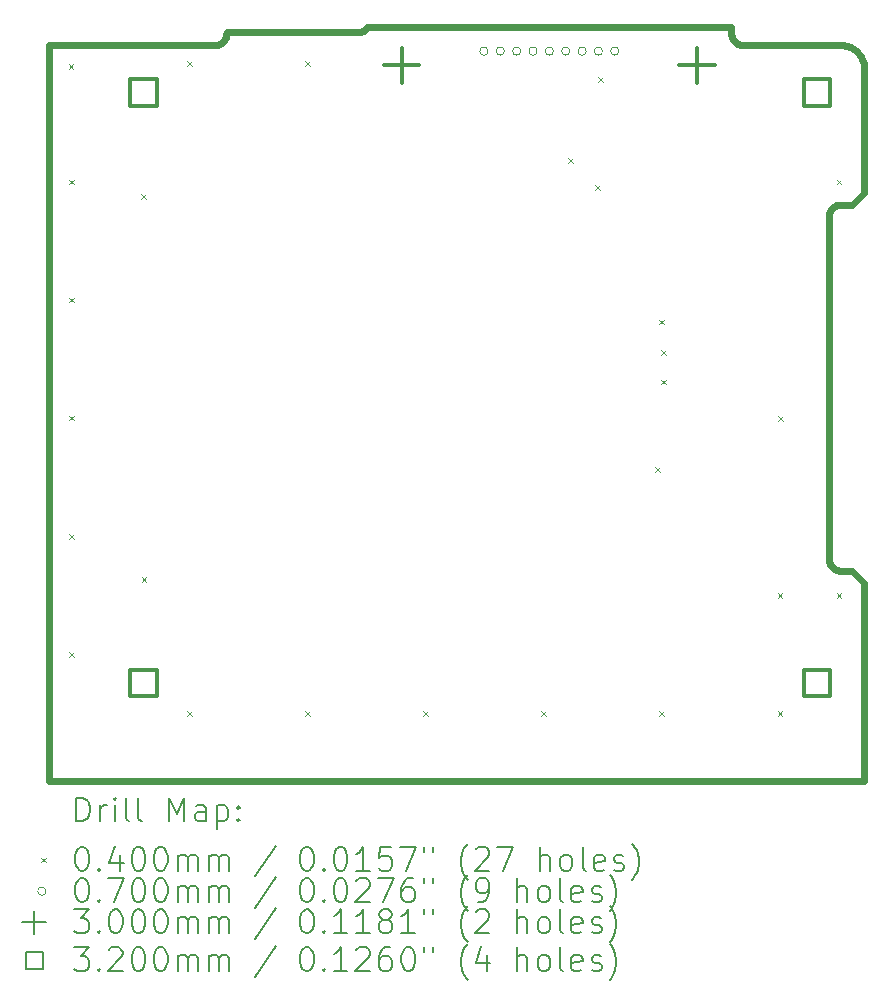
<source format=gbr>
%TF.GenerationSoftware,KiCad,Pcbnew,(6.0.11)*%
%TF.CreationDate,2024-01-03T02:28:44+00:00*%
%TF.ProjectId,Tait_TM8XXX_TNC_Adapter,54616974-5f54-44d3-9858-58585f544e43,rev?*%
%TF.SameCoordinates,Original*%
%TF.FileFunction,Drillmap*%
%TF.FilePolarity,Positive*%
%FSLAX45Y45*%
G04 Gerber Fmt 4.5, Leading zero omitted, Abs format (unit mm)*
G04 Created by KiCad (PCBNEW (6.0.11)) date 2024-01-03 02:28:44*
%MOMM*%
%LPD*%
G01*
G04 APERTURE LIST*
%ADD10C,0.569539*%
%ADD11C,0.200000*%
%ADD12C,0.040000*%
%ADD13C,0.070000*%
%ADD14C,0.300000*%
%ADD15C,0.320000*%
G04 APERTURE END LIST*
D10*
X21253311Y-6320902D02*
X21248773Y-6322696D01*
X21210526Y-9378314D02*
X21213673Y-9381945D01*
X21487638Y-5164801D02*
X21487638Y-5164801D01*
X21272441Y-6315975D02*
X21267525Y-6316856D01*
X16061584Y-4931975D02*
X16064732Y-4928343D01*
X21487377Y-5154537D02*
X21487638Y-5164801D01*
X20456516Y-4964681D02*
X20461649Y-4964812D01*
X20427322Y-4958724D02*
X20431964Y-4960301D01*
X16007727Y-4962769D02*
X16012557Y-4961648D01*
X21387638Y-6314820D02*
X21287638Y-6314820D01*
X21195527Y-9353630D02*
X21197533Y-9358057D01*
X20461649Y-4964812D02*
X21287638Y-4964812D01*
X20362173Y-4875011D02*
X20362811Y-4880003D01*
X21447813Y-5045278D02*
X21453399Y-5053122D01*
X21188800Y-6399617D02*
X21188162Y-6404612D01*
X16073106Y-4916583D02*
X16075520Y-4912395D01*
X16075520Y-4912395D02*
X16077734Y-4908085D01*
X21188806Y-9329960D02*
X21189687Y-9334877D01*
X21435572Y-5030457D02*
X21441867Y-5037719D01*
X17280650Y-4814693D02*
X17280650Y-4814693D01*
X20366163Y-4894485D02*
X20367738Y-4899126D01*
X20446452Y-4963656D02*
X20451448Y-4964294D01*
X20361656Y-4814794D02*
X20361656Y-4814794D01*
X21192157Y-9344449D02*
X21193732Y-9349092D01*
X17240238Y-4846500D02*
X17245488Y-4844055D01*
X20361656Y-4814794D02*
X20361656Y-4864817D01*
X21192151Y-6385128D02*
X21190801Y-6389868D01*
X21267533Y-9412720D02*
X21272450Y-9413602D01*
X21189687Y-9334877D02*
X21190806Y-9339709D01*
X21346996Y-4973830D02*
X21356280Y-4976982D01*
X16012557Y-4961648D02*
X16017296Y-4960296D01*
X21399323Y-4999049D02*
X21407167Y-5004634D01*
X21213673Y-9381945D02*
X21216987Y-9385421D01*
X21227873Y-9394854D02*
X21231795Y-9397645D01*
X21235848Y-6329326D02*
X21231790Y-6331931D01*
X17255517Y-4838300D02*
X17260264Y-4835005D01*
X21287638Y-4964812D02*
X21297903Y-4965073D01*
X20361656Y-4864817D02*
X20361656Y-4864817D01*
X21414727Y-5010581D02*
X21421989Y-5016875D01*
X16017296Y-4960296D02*
X16021937Y-4958719D01*
X16077734Y-4908085D02*
X16079742Y-4903658D01*
X21467863Y-5078234D02*
X21471877Y-5087088D01*
X16087626Y-4854822D02*
X17200645Y-4854772D01*
X20381560Y-4924568D02*
X20384533Y-4928348D01*
X21287650Y-9414757D02*
X21387644Y-9414757D01*
X16067706Y-4924563D02*
X16070500Y-4920641D01*
X21187650Y-9314762D02*
X21187781Y-9319896D01*
X21485326Y-5134417D02*
X21486602Y-5144405D01*
X21235853Y-9400250D02*
X21240040Y-9402662D01*
X21382831Y-4989012D02*
X21391206Y-4993838D01*
X21207554Y-9374535D02*
X21210526Y-9378314D01*
X21318024Y-4967124D02*
X21327855Y-4968888D01*
X21231795Y-9397645D02*
X21235853Y-9400250D01*
X17223746Y-4852006D02*
X17229351Y-4850484D01*
X16086469Y-4879999D02*
X16087108Y-4875006D01*
X21407167Y-5004634D02*
X21414727Y-5010581D01*
X21453399Y-5053122D02*
X21458611Y-5061238D01*
X21287638Y-4964812D02*
X21287638Y-4964812D01*
X21471877Y-5087088D02*
X21475467Y-5096163D01*
X21481322Y-5114925D02*
X21483562Y-5124586D01*
X21202157Y-9366555D02*
X21204762Y-9370613D01*
X21216982Y-6344156D02*
X21213668Y-6347632D01*
X21193732Y-9349092D02*
X21195527Y-9353630D01*
X21421989Y-5016875D02*
X21428942Y-5023504D01*
X21244351Y-9404874D02*
X21248779Y-9406881D01*
X20362811Y-4880003D02*
X20363693Y-4884917D01*
X21248779Y-9406881D02*
X21253317Y-9408675D01*
X21202152Y-6363021D02*
X21199740Y-6367209D01*
X16087626Y-4854822D02*
X16087626Y-4854822D01*
X21187650Y-9314762D02*
X21187650Y-9314762D01*
X17212299Y-4854069D02*
X17218057Y-4853204D01*
X17234854Y-4848646D02*
X17240238Y-4846500D01*
X21189681Y-6394700D02*
X21188800Y-6399617D01*
X21204762Y-9370613D02*
X21207554Y-9374535D01*
X17269137Y-4827624D02*
X17273231Y-4823553D01*
X21272450Y-9413602D02*
X21277447Y-9414239D01*
X17260264Y-4835005D02*
X17264809Y-4831444D01*
X21374210Y-4984586D02*
X21382831Y-4989012D01*
X20369532Y-4903663D02*
X20371539Y-4908090D01*
X21187644Y-6414815D02*
X21187644Y-6414815D01*
X21387644Y-9414757D02*
X21387644Y-9414757D01*
X21277447Y-9414239D02*
X21282515Y-9414627D01*
X20398100Y-4941919D02*
X20401879Y-4944893D01*
X16083115Y-4894480D02*
X16084466Y-4889742D01*
X20394469Y-4938772D02*
X20398100Y-4941919D01*
X15997820Y-4964289D02*
X16002813Y-4963651D01*
X21190801Y-6389868D02*
X21189681Y-6394700D01*
X20409859Y-4950293D02*
X20414046Y-4952707D01*
X21441867Y-5037719D02*
X21447813Y-5045278D01*
X17277074Y-4819240D02*
X17280650Y-4814693D01*
X20376163Y-4916587D02*
X20378768Y-4920645D01*
X15992756Y-4964677D02*
X15997820Y-4964289D01*
X21204757Y-6358964D02*
X21202152Y-6363021D01*
X16087626Y-4864812D02*
X16087626Y-4854822D01*
X21190806Y-9339709D02*
X21192157Y-9344449D01*
X21199745Y-9362368D02*
X21202157Y-9366555D01*
X21458611Y-5061238D02*
X21463436Y-5069613D01*
X21287638Y-6314820D02*
X21282504Y-6314950D01*
X20364812Y-4889747D02*
X20366163Y-4894485D01*
X16039399Y-4950289D02*
X16043457Y-4947682D01*
X21282515Y-9414627D02*
X21287650Y-9414757D01*
X20405801Y-4947687D02*
X20409859Y-4950293D01*
X16079742Y-4903658D02*
X16081538Y-4899121D01*
X17245488Y-4844055D02*
X17250587Y-4841319D01*
X21487638Y-5164801D02*
X21487638Y-6214774D01*
X16030901Y-4954916D02*
X16035212Y-4952702D01*
X20451448Y-4964294D02*
X20456516Y-4964681D01*
X21240035Y-6326915D02*
X21235848Y-6329326D01*
X17273231Y-4823553D02*
X17277074Y-4819240D01*
X21253317Y-9408675D02*
X21257960Y-9410250D01*
X21257960Y-9410250D02*
X21262701Y-9411601D01*
X17229351Y-4850484D02*
X17234854Y-4848646D01*
X16087108Y-4875006D02*
X16087495Y-4869942D01*
X16087495Y-4869942D02*
X16087626Y-4864812D01*
X21187781Y-9319896D02*
X21188168Y-9324964D01*
X21213668Y-6347632D02*
X21210522Y-6351262D01*
X21224089Y-6337696D02*
X21220458Y-6340842D01*
X21188168Y-9324964D02*
X21188806Y-9329960D01*
X21220463Y-9388735D02*
X21224093Y-9391881D01*
X21267525Y-6316856D02*
X21262693Y-6317976D01*
X16058269Y-4935452D02*
X16061584Y-4931975D01*
X16047380Y-4944889D02*
X16051160Y-4941915D01*
X14587601Y-11196096D02*
X21487638Y-11195000D01*
X17218057Y-4853204D02*
X17223746Y-4852006D01*
X20418357Y-4954921D02*
X20422784Y-4956928D01*
X21356280Y-4976982D02*
X21365355Y-4980572D01*
X21475467Y-5096163D02*
X21478620Y-5105446D01*
X21387644Y-9414757D02*
X21487638Y-9514753D01*
X16087626Y-4864812D02*
X16087626Y-4864812D01*
X17264809Y-4831444D02*
X17269137Y-4827624D01*
X21188162Y-6404612D02*
X21187775Y-6409681D01*
X20363693Y-4884917D02*
X20364812Y-4889747D01*
X20422784Y-4956928D02*
X20427322Y-4958724D01*
X16035212Y-4952702D02*
X16039399Y-4950289D01*
X21391206Y-4993838D02*
X21399323Y-4999049D01*
X20373751Y-4912400D02*
X20376163Y-4916587D01*
X21231790Y-6331931D02*
X21227868Y-6334723D01*
X16043457Y-4947682D02*
X16047380Y-4944889D01*
X20390994Y-4935456D02*
X20394469Y-4938772D01*
X16081538Y-4899121D02*
X16083115Y-4894480D01*
X21327855Y-4968888D02*
X21337517Y-4971128D01*
X16084466Y-4889742D02*
X16085587Y-4884913D01*
X21257953Y-6319326D02*
X21253311Y-6320902D01*
X21193727Y-6380485D02*
X21192151Y-6385128D01*
X21483562Y-5124586D02*
X21485326Y-5134417D01*
X21207549Y-6355042D02*
X21204757Y-6358964D01*
X21463436Y-5069613D02*
X21467863Y-5078234D01*
X17200645Y-4854772D02*
X17206490Y-4854595D01*
X21244345Y-6324702D02*
X21240035Y-6326915D01*
X15987626Y-4964808D02*
X15987626Y-4964808D01*
X20361656Y-4864817D02*
X20361786Y-4869946D01*
X21337517Y-4971128D02*
X21346996Y-4973830D01*
X16002813Y-4963651D02*
X16007727Y-4962769D01*
X16064732Y-4928343D02*
X16067706Y-4924563D01*
X21262701Y-9411601D02*
X21267533Y-9412720D01*
X21216987Y-9385421D02*
X21220463Y-9388735D01*
X21282504Y-6314950D02*
X21277437Y-6315337D01*
X21262693Y-6317976D02*
X21257953Y-6319326D01*
X17250587Y-4841319D02*
X17255517Y-4838300D01*
X20431964Y-4960301D02*
X20436704Y-4961653D01*
X21387638Y-6314820D02*
X21387638Y-6314820D01*
X17200645Y-4854772D02*
X17200645Y-4854772D01*
X16085587Y-4884913D02*
X16086469Y-4879999D01*
X21428942Y-5023504D02*
X21435572Y-5030457D01*
X21197533Y-9358057D02*
X21199745Y-9362368D01*
X20384533Y-4928348D02*
X20387679Y-4931979D01*
X21227868Y-6334723D02*
X21224089Y-6337696D01*
X21240040Y-9402662D02*
X21244351Y-9404874D01*
X16051160Y-4941915D02*
X16054792Y-4938767D01*
X21478620Y-5105446D02*
X21481322Y-5114925D01*
X20436704Y-4961653D02*
X20441536Y-4962773D01*
X20361786Y-4869946D02*
X20362173Y-4875011D01*
X21287638Y-6314820D02*
X21287638Y-6314820D01*
X21487638Y-6214774D02*
X21387638Y-6314820D01*
X21248773Y-6322696D02*
X21244345Y-6324702D01*
X14587601Y-4965904D02*
X14587601Y-11196096D01*
X20378768Y-4920645D02*
X20381560Y-4924568D01*
X21365355Y-4980572D02*
X21374210Y-4984586D01*
X21287650Y-9414757D02*
X21287650Y-9414757D01*
X20401879Y-4944893D02*
X20405801Y-4947687D01*
X20371539Y-4908090D02*
X20373751Y-4912400D01*
X21308035Y-4965848D02*
X21318024Y-4967124D01*
X21195521Y-6375947D02*
X21193727Y-6380485D01*
X21197528Y-6371519D02*
X21195521Y-6375947D01*
X21487638Y-9514753D02*
X21487638Y-11195000D01*
X21187650Y-9314762D02*
X21187650Y-9314762D01*
X20441536Y-4962773D02*
X20446452Y-4963656D01*
X20461649Y-4964812D02*
X20461649Y-4964812D01*
X21487638Y-9514753D02*
X21487638Y-9514753D01*
X14587601Y-4965904D02*
X15987626Y-4964808D01*
X21187644Y-6414815D02*
X21187650Y-9314762D01*
X16070500Y-4920641D02*
X16073106Y-4916583D01*
X20387679Y-4931979D02*
X20390994Y-4935456D01*
X16026474Y-4956924D02*
X16030901Y-4954916D01*
X17206490Y-4854595D02*
X17212299Y-4854069D01*
X20367738Y-4899126D02*
X20369532Y-4903663D01*
X21487638Y-6214774D02*
X21487638Y-6214774D01*
X16021937Y-4958719D02*
X16026474Y-4956924D01*
X16054792Y-4938767D02*
X16058269Y-4935452D01*
X21486602Y-5144405D02*
X21487377Y-5154537D01*
X21224093Y-9391881D02*
X21227873Y-9394854D01*
X21187775Y-6409681D02*
X21187644Y-6414815D01*
X21220458Y-6340842D02*
X21216982Y-6344156D01*
X21210522Y-6351262D02*
X21207549Y-6355042D01*
X17280650Y-4814693D02*
X20361656Y-4814794D01*
X15987626Y-4964808D02*
X15992756Y-4964677D01*
X21297903Y-4965073D02*
X21308035Y-4965848D01*
X20414046Y-4952707D02*
X20418357Y-4954921D01*
X21277437Y-6315337D02*
X21272441Y-6315975D01*
X21199740Y-6367209D02*
X21197528Y-6371519D01*
D11*
D12*
X14750000Y-5125000D02*
X14790000Y-5165000D01*
X14790000Y-5125000D02*
X14750000Y-5165000D01*
X14753000Y-6103000D02*
X14793000Y-6143000D01*
X14793000Y-6103000D02*
X14753000Y-6143000D01*
X14753000Y-7103000D02*
X14793000Y-7143000D01*
X14793000Y-7103000D02*
X14753000Y-7143000D01*
X14753000Y-8103000D02*
X14793000Y-8143000D01*
X14793000Y-8103000D02*
X14753000Y-8143000D01*
X14753000Y-9103000D02*
X14793000Y-9143000D01*
X14793000Y-9103000D02*
X14753000Y-9143000D01*
X14753000Y-10103000D02*
X14793000Y-10143000D01*
X14793000Y-10103000D02*
X14753000Y-10143000D01*
X15366000Y-6226000D02*
X15406000Y-6266000D01*
X15406000Y-6226000D02*
X15366000Y-6266000D01*
X15369000Y-9469000D02*
X15409000Y-9509000D01*
X15409000Y-9469000D02*
X15369000Y-9509000D01*
X15753000Y-5103000D02*
X15793000Y-5143000D01*
X15793000Y-5103000D02*
X15753000Y-5143000D01*
X15753000Y-10603000D02*
X15793000Y-10643000D01*
X15793000Y-10603000D02*
X15753000Y-10643000D01*
X16753000Y-5103000D02*
X16793000Y-5143000D01*
X16793000Y-5103000D02*
X16753000Y-5143000D01*
X16753000Y-10603000D02*
X16793000Y-10643000D01*
X16793000Y-10603000D02*
X16753000Y-10643000D01*
X17753000Y-10603000D02*
X17793000Y-10643000D01*
X17793000Y-10603000D02*
X17753000Y-10643000D01*
X18753000Y-10603000D02*
X18793000Y-10643000D01*
X18793000Y-10603000D02*
X18753000Y-10643000D01*
X18979200Y-5923600D02*
X19019200Y-5963600D01*
X19019200Y-5923600D02*
X18979200Y-5963600D01*
X19207800Y-6152200D02*
X19247800Y-6192200D01*
X19247800Y-6152200D02*
X19207800Y-6192200D01*
X19233200Y-5237800D02*
X19273200Y-5277800D01*
X19273200Y-5237800D02*
X19233200Y-5277800D01*
X19715800Y-8539800D02*
X19755800Y-8579800D01*
X19755800Y-8539800D02*
X19715800Y-8579800D01*
X19749000Y-7289000D02*
X19789000Y-7329000D01*
X19789000Y-7289000D02*
X19749000Y-7329000D01*
X19753000Y-10603000D02*
X19793000Y-10643000D01*
X19793000Y-10603000D02*
X19753000Y-10643000D01*
X19765000Y-7798000D02*
X19805000Y-7838000D01*
X19805000Y-7798000D02*
X19765000Y-7838000D01*
X19766600Y-7549200D02*
X19806600Y-7589200D01*
X19806600Y-7549200D02*
X19766600Y-7589200D01*
X20753000Y-9603000D02*
X20793000Y-9643000D01*
X20793000Y-9603000D02*
X20753000Y-9643000D01*
X20753000Y-10603000D02*
X20793000Y-10643000D01*
X20793000Y-10603000D02*
X20753000Y-10643000D01*
X20757200Y-8108000D02*
X20797200Y-8148000D01*
X20797200Y-8108000D02*
X20757200Y-8148000D01*
X21253000Y-6103000D02*
X21293000Y-6143000D01*
X21293000Y-6103000D02*
X21253000Y-6143000D01*
X21253000Y-9603000D02*
X21293000Y-9643000D01*
X21293000Y-9603000D02*
X21253000Y-9643000D01*
D13*
X18302153Y-5015693D02*
G75*
G03*
X18302153Y-5015693I-35000J0D01*
G01*
X18440653Y-5015693D02*
G75*
G03*
X18440653Y-5015693I-35000J0D01*
G01*
X18579153Y-5015693D02*
G75*
G03*
X18579153Y-5015693I-35000J0D01*
G01*
X18717653Y-5015693D02*
G75*
G03*
X18717653Y-5015693I-35000J0D01*
G01*
X18856153Y-5015693D02*
G75*
G03*
X18856153Y-5015693I-35000J0D01*
G01*
X18994653Y-5015693D02*
G75*
G03*
X18994653Y-5015693I-35000J0D01*
G01*
X19133153Y-5015693D02*
G75*
G03*
X19133153Y-5015693I-35000J0D01*
G01*
X19271653Y-5015693D02*
G75*
G03*
X19271653Y-5015693I-35000J0D01*
G01*
X19410153Y-5015693D02*
G75*
G03*
X19410153Y-5015693I-35000J0D01*
G01*
D14*
X17571653Y-4985693D02*
X17571653Y-5285693D01*
X17421653Y-5135693D02*
X17721653Y-5135693D01*
X20070653Y-4985693D02*
X20070653Y-5285693D01*
X19920653Y-5135693D02*
X20220653Y-5135693D01*
D15*
X15500740Y-5477937D02*
X15500740Y-5251661D01*
X15274463Y-5251661D01*
X15274463Y-5477937D01*
X15500740Y-5477937D01*
X15500740Y-10477884D02*
X15500740Y-10251608D01*
X15274463Y-10251608D01*
X15274463Y-10477884D01*
X15500740Y-10477884D01*
X21200789Y-5477937D02*
X21200789Y-5251661D01*
X20974512Y-5251661D01*
X20974512Y-5477937D01*
X21200789Y-5477937D01*
X21200789Y-10477884D02*
X21200789Y-10251608D01*
X20974512Y-10251608D01*
X20974512Y-10477884D01*
X21200789Y-10477884D01*
D11*
X14816744Y-11535049D02*
X14816744Y-11335049D01*
X14864363Y-11335049D01*
X14892934Y-11344573D01*
X14911982Y-11363621D01*
X14921505Y-11382668D01*
X14931029Y-11420764D01*
X14931029Y-11449335D01*
X14921505Y-11487430D01*
X14911982Y-11506478D01*
X14892934Y-11525525D01*
X14864363Y-11535049D01*
X14816744Y-11535049D01*
X15016744Y-11535049D02*
X15016744Y-11401716D01*
X15016744Y-11439811D02*
X15026267Y-11420764D01*
X15035791Y-11411240D01*
X15054839Y-11401716D01*
X15073886Y-11401716D01*
X15140553Y-11535049D02*
X15140553Y-11401716D01*
X15140553Y-11335049D02*
X15131029Y-11344573D01*
X15140553Y-11354097D01*
X15150077Y-11344573D01*
X15140553Y-11335049D01*
X15140553Y-11354097D01*
X15264363Y-11535049D02*
X15245315Y-11525525D01*
X15235791Y-11506478D01*
X15235791Y-11335049D01*
X15369125Y-11535049D02*
X15350077Y-11525525D01*
X15340553Y-11506478D01*
X15340553Y-11335049D01*
X15597696Y-11535049D02*
X15597696Y-11335049D01*
X15664363Y-11477906D01*
X15731029Y-11335049D01*
X15731029Y-11535049D01*
X15911982Y-11535049D02*
X15911982Y-11430287D01*
X15902458Y-11411240D01*
X15883410Y-11401716D01*
X15845315Y-11401716D01*
X15826267Y-11411240D01*
X15911982Y-11525525D02*
X15892934Y-11535049D01*
X15845315Y-11535049D01*
X15826267Y-11525525D01*
X15816744Y-11506478D01*
X15816744Y-11487430D01*
X15826267Y-11468383D01*
X15845315Y-11458859D01*
X15892934Y-11458859D01*
X15911982Y-11449335D01*
X16007220Y-11401716D02*
X16007220Y-11601716D01*
X16007220Y-11411240D02*
X16026267Y-11401716D01*
X16064363Y-11401716D01*
X16083410Y-11411240D01*
X16092934Y-11420764D01*
X16102458Y-11439811D01*
X16102458Y-11496954D01*
X16092934Y-11516002D01*
X16083410Y-11525525D01*
X16064363Y-11535049D01*
X16026267Y-11535049D01*
X16007220Y-11525525D01*
X16188172Y-11516002D02*
X16197696Y-11525525D01*
X16188172Y-11535049D01*
X16178648Y-11525525D01*
X16188172Y-11516002D01*
X16188172Y-11535049D01*
X16188172Y-11411240D02*
X16197696Y-11420764D01*
X16188172Y-11430287D01*
X16178648Y-11420764D01*
X16188172Y-11411240D01*
X16188172Y-11430287D01*
D12*
X14519125Y-11844573D02*
X14559125Y-11884573D01*
X14559125Y-11844573D02*
X14519125Y-11884573D01*
D11*
X14854839Y-11755049D02*
X14873886Y-11755049D01*
X14892934Y-11764573D01*
X14902458Y-11774097D01*
X14911982Y-11793145D01*
X14921505Y-11831240D01*
X14921505Y-11878859D01*
X14911982Y-11916954D01*
X14902458Y-11936002D01*
X14892934Y-11945525D01*
X14873886Y-11955049D01*
X14854839Y-11955049D01*
X14835791Y-11945525D01*
X14826267Y-11936002D01*
X14816744Y-11916954D01*
X14807220Y-11878859D01*
X14807220Y-11831240D01*
X14816744Y-11793145D01*
X14826267Y-11774097D01*
X14835791Y-11764573D01*
X14854839Y-11755049D01*
X15007220Y-11936002D02*
X15016744Y-11945525D01*
X15007220Y-11955049D01*
X14997696Y-11945525D01*
X15007220Y-11936002D01*
X15007220Y-11955049D01*
X15188172Y-11821716D02*
X15188172Y-11955049D01*
X15140553Y-11745525D02*
X15092934Y-11888383D01*
X15216744Y-11888383D01*
X15331029Y-11755049D02*
X15350077Y-11755049D01*
X15369125Y-11764573D01*
X15378648Y-11774097D01*
X15388172Y-11793145D01*
X15397696Y-11831240D01*
X15397696Y-11878859D01*
X15388172Y-11916954D01*
X15378648Y-11936002D01*
X15369125Y-11945525D01*
X15350077Y-11955049D01*
X15331029Y-11955049D01*
X15311982Y-11945525D01*
X15302458Y-11936002D01*
X15292934Y-11916954D01*
X15283410Y-11878859D01*
X15283410Y-11831240D01*
X15292934Y-11793145D01*
X15302458Y-11774097D01*
X15311982Y-11764573D01*
X15331029Y-11755049D01*
X15521505Y-11755049D02*
X15540553Y-11755049D01*
X15559601Y-11764573D01*
X15569125Y-11774097D01*
X15578648Y-11793145D01*
X15588172Y-11831240D01*
X15588172Y-11878859D01*
X15578648Y-11916954D01*
X15569125Y-11936002D01*
X15559601Y-11945525D01*
X15540553Y-11955049D01*
X15521505Y-11955049D01*
X15502458Y-11945525D01*
X15492934Y-11936002D01*
X15483410Y-11916954D01*
X15473886Y-11878859D01*
X15473886Y-11831240D01*
X15483410Y-11793145D01*
X15492934Y-11774097D01*
X15502458Y-11764573D01*
X15521505Y-11755049D01*
X15673886Y-11955049D02*
X15673886Y-11821716D01*
X15673886Y-11840764D02*
X15683410Y-11831240D01*
X15702458Y-11821716D01*
X15731029Y-11821716D01*
X15750077Y-11831240D01*
X15759601Y-11850287D01*
X15759601Y-11955049D01*
X15759601Y-11850287D02*
X15769125Y-11831240D01*
X15788172Y-11821716D01*
X15816744Y-11821716D01*
X15835791Y-11831240D01*
X15845315Y-11850287D01*
X15845315Y-11955049D01*
X15940553Y-11955049D02*
X15940553Y-11821716D01*
X15940553Y-11840764D02*
X15950077Y-11831240D01*
X15969125Y-11821716D01*
X15997696Y-11821716D01*
X16016744Y-11831240D01*
X16026267Y-11850287D01*
X16026267Y-11955049D01*
X16026267Y-11850287D02*
X16035791Y-11831240D01*
X16054839Y-11821716D01*
X16083410Y-11821716D01*
X16102458Y-11831240D01*
X16111982Y-11850287D01*
X16111982Y-11955049D01*
X16502458Y-11745525D02*
X16331029Y-12002668D01*
X16759601Y-11755049D02*
X16778648Y-11755049D01*
X16797696Y-11764573D01*
X16807220Y-11774097D01*
X16816744Y-11793145D01*
X16826267Y-11831240D01*
X16826267Y-11878859D01*
X16816744Y-11916954D01*
X16807220Y-11936002D01*
X16797696Y-11945525D01*
X16778648Y-11955049D01*
X16759601Y-11955049D01*
X16740553Y-11945525D01*
X16731029Y-11936002D01*
X16721505Y-11916954D01*
X16711982Y-11878859D01*
X16711982Y-11831240D01*
X16721505Y-11793145D01*
X16731029Y-11774097D01*
X16740553Y-11764573D01*
X16759601Y-11755049D01*
X16911982Y-11936002D02*
X16921506Y-11945525D01*
X16911982Y-11955049D01*
X16902458Y-11945525D01*
X16911982Y-11936002D01*
X16911982Y-11955049D01*
X17045315Y-11755049D02*
X17064363Y-11755049D01*
X17083410Y-11764573D01*
X17092934Y-11774097D01*
X17102458Y-11793145D01*
X17111982Y-11831240D01*
X17111982Y-11878859D01*
X17102458Y-11916954D01*
X17092934Y-11936002D01*
X17083410Y-11945525D01*
X17064363Y-11955049D01*
X17045315Y-11955049D01*
X17026267Y-11945525D01*
X17016744Y-11936002D01*
X17007220Y-11916954D01*
X16997696Y-11878859D01*
X16997696Y-11831240D01*
X17007220Y-11793145D01*
X17016744Y-11774097D01*
X17026267Y-11764573D01*
X17045315Y-11755049D01*
X17302458Y-11955049D02*
X17188172Y-11955049D01*
X17245315Y-11955049D02*
X17245315Y-11755049D01*
X17226267Y-11783621D01*
X17207220Y-11802668D01*
X17188172Y-11812192D01*
X17483410Y-11755049D02*
X17388172Y-11755049D01*
X17378648Y-11850287D01*
X17388172Y-11840764D01*
X17407220Y-11831240D01*
X17454839Y-11831240D01*
X17473887Y-11840764D01*
X17483410Y-11850287D01*
X17492934Y-11869335D01*
X17492934Y-11916954D01*
X17483410Y-11936002D01*
X17473887Y-11945525D01*
X17454839Y-11955049D01*
X17407220Y-11955049D01*
X17388172Y-11945525D01*
X17378648Y-11936002D01*
X17559601Y-11755049D02*
X17692934Y-11755049D01*
X17607220Y-11955049D01*
X17759601Y-11755049D02*
X17759601Y-11793145D01*
X17835791Y-11755049D02*
X17835791Y-11793145D01*
X18131029Y-12031240D02*
X18121506Y-12021716D01*
X18102458Y-11993145D01*
X18092934Y-11974097D01*
X18083410Y-11945525D01*
X18073887Y-11897906D01*
X18073887Y-11859811D01*
X18083410Y-11812192D01*
X18092934Y-11783621D01*
X18102458Y-11764573D01*
X18121506Y-11736002D01*
X18131029Y-11726478D01*
X18197696Y-11774097D02*
X18207220Y-11764573D01*
X18226267Y-11755049D01*
X18273887Y-11755049D01*
X18292934Y-11764573D01*
X18302458Y-11774097D01*
X18311982Y-11793145D01*
X18311982Y-11812192D01*
X18302458Y-11840764D01*
X18188172Y-11955049D01*
X18311982Y-11955049D01*
X18378648Y-11755049D02*
X18511982Y-11755049D01*
X18426267Y-11955049D01*
X18740553Y-11955049D02*
X18740553Y-11755049D01*
X18826267Y-11955049D02*
X18826267Y-11850287D01*
X18816744Y-11831240D01*
X18797696Y-11821716D01*
X18769125Y-11821716D01*
X18750077Y-11831240D01*
X18740553Y-11840764D01*
X18950077Y-11955049D02*
X18931029Y-11945525D01*
X18921506Y-11936002D01*
X18911982Y-11916954D01*
X18911982Y-11859811D01*
X18921506Y-11840764D01*
X18931029Y-11831240D01*
X18950077Y-11821716D01*
X18978648Y-11821716D01*
X18997696Y-11831240D01*
X19007220Y-11840764D01*
X19016744Y-11859811D01*
X19016744Y-11916954D01*
X19007220Y-11936002D01*
X18997696Y-11945525D01*
X18978648Y-11955049D01*
X18950077Y-11955049D01*
X19131029Y-11955049D02*
X19111982Y-11945525D01*
X19102458Y-11926478D01*
X19102458Y-11755049D01*
X19283410Y-11945525D02*
X19264363Y-11955049D01*
X19226267Y-11955049D01*
X19207220Y-11945525D01*
X19197696Y-11926478D01*
X19197696Y-11850287D01*
X19207220Y-11831240D01*
X19226267Y-11821716D01*
X19264363Y-11821716D01*
X19283410Y-11831240D01*
X19292934Y-11850287D01*
X19292934Y-11869335D01*
X19197696Y-11888383D01*
X19369125Y-11945525D02*
X19388172Y-11955049D01*
X19426267Y-11955049D01*
X19445315Y-11945525D01*
X19454839Y-11926478D01*
X19454839Y-11916954D01*
X19445315Y-11897906D01*
X19426267Y-11888383D01*
X19397696Y-11888383D01*
X19378648Y-11878859D01*
X19369125Y-11859811D01*
X19369125Y-11850287D01*
X19378648Y-11831240D01*
X19397696Y-11821716D01*
X19426267Y-11821716D01*
X19445315Y-11831240D01*
X19521506Y-12031240D02*
X19531029Y-12021716D01*
X19550077Y-11993145D01*
X19559601Y-11974097D01*
X19569125Y-11945525D01*
X19578648Y-11897906D01*
X19578648Y-11859811D01*
X19569125Y-11812192D01*
X19559601Y-11783621D01*
X19550077Y-11764573D01*
X19531029Y-11736002D01*
X19521506Y-11726478D01*
D13*
X14559125Y-12128573D02*
G75*
G03*
X14559125Y-12128573I-35000J0D01*
G01*
D11*
X14854839Y-12019049D02*
X14873886Y-12019049D01*
X14892934Y-12028573D01*
X14902458Y-12038097D01*
X14911982Y-12057145D01*
X14921505Y-12095240D01*
X14921505Y-12142859D01*
X14911982Y-12180954D01*
X14902458Y-12200002D01*
X14892934Y-12209525D01*
X14873886Y-12219049D01*
X14854839Y-12219049D01*
X14835791Y-12209525D01*
X14826267Y-12200002D01*
X14816744Y-12180954D01*
X14807220Y-12142859D01*
X14807220Y-12095240D01*
X14816744Y-12057145D01*
X14826267Y-12038097D01*
X14835791Y-12028573D01*
X14854839Y-12019049D01*
X15007220Y-12200002D02*
X15016744Y-12209525D01*
X15007220Y-12219049D01*
X14997696Y-12209525D01*
X15007220Y-12200002D01*
X15007220Y-12219049D01*
X15083410Y-12019049D02*
X15216744Y-12019049D01*
X15131029Y-12219049D01*
X15331029Y-12019049D02*
X15350077Y-12019049D01*
X15369125Y-12028573D01*
X15378648Y-12038097D01*
X15388172Y-12057145D01*
X15397696Y-12095240D01*
X15397696Y-12142859D01*
X15388172Y-12180954D01*
X15378648Y-12200002D01*
X15369125Y-12209525D01*
X15350077Y-12219049D01*
X15331029Y-12219049D01*
X15311982Y-12209525D01*
X15302458Y-12200002D01*
X15292934Y-12180954D01*
X15283410Y-12142859D01*
X15283410Y-12095240D01*
X15292934Y-12057145D01*
X15302458Y-12038097D01*
X15311982Y-12028573D01*
X15331029Y-12019049D01*
X15521505Y-12019049D02*
X15540553Y-12019049D01*
X15559601Y-12028573D01*
X15569125Y-12038097D01*
X15578648Y-12057145D01*
X15588172Y-12095240D01*
X15588172Y-12142859D01*
X15578648Y-12180954D01*
X15569125Y-12200002D01*
X15559601Y-12209525D01*
X15540553Y-12219049D01*
X15521505Y-12219049D01*
X15502458Y-12209525D01*
X15492934Y-12200002D01*
X15483410Y-12180954D01*
X15473886Y-12142859D01*
X15473886Y-12095240D01*
X15483410Y-12057145D01*
X15492934Y-12038097D01*
X15502458Y-12028573D01*
X15521505Y-12019049D01*
X15673886Y-12219049D02*
X15673886Y-12085716D01*
X15673886Y-12104764D02*
X15683410Y-12095240D01*
X15702458Y-12085716D01*
X15731029Y-12085716D01*
X15750077Y-12095240D01*
X15759601Y-12114287D01*
X15759601Y-12219049D01*
X15759601Y-12114287D02*
X15769125Y-12095240D01*
X15788172Y-12085716D01*
X15816744Y-12085716D01*
X15835791Y-12095240D01*
X15845315Y-12114287D01*
X15845315Y-12219049D01*
X15940553Y-12219049D02*
X15940553Y-12085716D01*
X15940553Y-12104764D02*
X15950077Y-12095240D01*
X15969125Y-12085716D01*
X15997696Y-12085716D01*
X16016744Y-12095240D01*
X16026267Y-12114287D01*
X16026267Y-12219049D01*
X16026267Y-12114287D02*
X16035791Y-12095240D01*
X16054839Y-12085716D01*
X16083410Y-12085716D01*
X16102458Y-12095240D01*
X16111982Y-12114287D01*
X16111982Y-12219049D01*
X16502458Y-12009525D02*
X16331029Y-12266668D01*
X16759601Y-12019049D02*
X16778648Y-12019049D01*
X16797696Y-12028573D01*
X16807220Y-12038097D01*
X16816744Y-12057145D01*
X16826267Y-12095240D01*
X16826267Y-12142859D01*
X16816744Y-12180954D01*
X16807220Y-12200002D01*
X16797696Y-12209525D01*
X16778648Y-12219049D01*
X16759601Y-12219049D01*
X16740553Y-12209525D01*
X16731029Y-12200002D01*
X16721505Y-12180954D01*
X16711982Y-12142859D01*
X16711982Y-12095240D01*
X16721505Y-12057145D01*
X16731029Y-12038097D01*
X16740553Y-12028573D01*
X16759601Y-12019049D01*
X16911982Y-12200002D02*
X16921506Y-12209525D01*
X16911982Y-12219049D01*
X16902458Y-12209525D01*
X16911982Y-12200002D01*
X16911982Y-12219049D01*
X17045315Y-12019049D02*
X17064363Y-12019049D01*
X17083410Y-12028573D01*
X17092934Y-12038097D01*
X17102458Y-12057145D01*
X17111982Y-12095240D01*
X17111982Y-12142859D01*
X17102458Y-12180954D01*
X17092934Y-12200002D01*
X17083410Y-12209525D01*
X17064363Y-12219049D01*
X17045315Y-12219049D01*
X17026267Y-12209525D01*
X17016744Y-12200002D01*
X17007220Y-12180954D01*
X16997696Y-12142859D01*
X16997696Y-12095240D01*
X17007220Y-12057145D01*
X17016744Y-12038097D01*
X17026267Y-12028573D01*
X17045315Y-12019049D01*
X17188172Y-12038097D02*
X17197696Y-12028573D01*
X17216744Y-12019049D01*
X17264363Y-12019049D01*
X17283410Y-12028573D01*
X17292934Y-12038097D01*
X17302458Y-12057145D01*
X17302458Y-12076192D01*
X17292934Y-12104764D01*
X17178648Y-12219049D01*
X17302458Y-12219049D01*
X17369125Y-12019049D02*
X17502458Y-12019049D01*
X17416744Y-12219049D01*
X17664363Y-12019049D02*
X17626267Y-12019049D01*
X17607220Y-12028573D01*
X17597696Y-12038097D01*
X17578648Y-12066668D01*
X17569125Y-12104764D01*
X17569125Y-12180954D01*
X17578648Y-12200002D01*
X17588172Y-12209525D01*
X17607220Y-12219049D01*
X17645315Y-12219049D01*
X17664363Y-12209525D01*
X17673887Y-12200002D01*
X17683410Y-12180954D01*
X17683410Y-12133335D01*
X17673887Y-12114287D01*
X17664363Y-12104764D01*
X17645315Y-12095240D01*
X17607220Y-12095240D01*
X17588172Y-12104764D01*
X17578648Y-12114287D01*
X17569125Y-12133335D01*
X17759601Y-12019049D02*
X17759601Y-12057145D01*
X17835791Y-12019049D02*
X17835791Y-12057145D01*
X18131029Y-12295240D02*
X18121506Y-12285716D01*
X18102458Y-12257145D01*
X18092934Y-12238097D01*
X18083410Y-12209525D01*
X18073887Y-12161906D01*
X18073887Y-12123811D01*
X18083410Y-12076192D01*
X18092934Y-12047621D01*
X18102458Y-12028573D01*
X18121506Y-12000002D01*
X18131029Y-11990478D01*
X18216744Y-12219049D02*
X18254839Y-12219049D01*
X18273887Y-12209525D01*
X18283410Y-12200002D01*
X18302458Y-12171430D01*
X18311982Y-12133335D01*
X18311982Y-12057145D01*
X18302458Y-12038097D01*
X18292934Y-12028573D01*
X18273887Y-12019049D01*
X18235791Y-12019049D01*
X18216744Y-12028573D01*
X18207220Y-12038097D01*
X18197696Y-12057145D01*
X18197696Y-12104764D01*
X18207220Y-12123811D01*
X18216744Y-12133335D01*
X18235791Y-12142859D01*
X18273887Y-12142859D01*
X18292934Y-12133335D01*
X18302458Y-12123811D01*
X18311982Y-12104764D01*
X18550077Y-12219049D02*
X18550077Y-12019049D01*
X18635791Y-12219049D02*
X18635791Y-12114287D01*
X18626267Y-12095240D01*
X18607220Y-12085716D01*
X18578648Y-12085716D01*
X18559601Y-12095240D01*
X18550077Y-12104764D01*
X18759601Y-12219049D02*
X18740553Y-12209525D01*
X18731029Y-12200002D01*
X18721506Y-12180954D01*
X18721506Y-12123811D01*
X18731029Y-12104764D01*
X18740553Y-12095240D01*
X18759601Y-12085716D01*
X18788172Y-12085716D01*
X18807220Y-12095240D01*
X18816744Y-12104764D01*
X18826267Y-12123811D01*
X18826267Y-12180954D01*
X18816744Y-12200002D01*
X18807220Y-12209525D01*
X18788172Y-12219049D01*
X18759601Y-12219049D01*
X18940553Y-12219049D02*
X18921506Y-12209525D01*
X18911982Y-12190478D01*
X18911982Y-12019049D01*
X19092934Y-12209525D02*
X19073887Y-12219049D01*
X19035791Y-12219049D01*
X19016744Y-12209525D01*
X19007220Y-12190478D01*
X19007220Y-12114287D01*
X19016744Y-12095240D01*
X19035791Y-12085716D01*
X19073887Y-12085716D01*
X19092934Y-12095240D01*
X19102458Y-12114287D01*
X19102458Y-12133335D01*
X19007220Y-12152383D01*
X19178648Y-12209525D02*
X19197696Y-12219049D01*
X19235791Y-12219049D01*
X19254839Y-12209525D01*
X19264363Y-12190478D01*
X19264363Y-12180954D01*
X19254839Y-12161906D01*
X19235791Y-12152383D01*
X19207220Y-12152383D01*
X19188172Y-12142859D01*
X19178648Y-12123811D01*
X19178648Y-12114287D01*
X19188172Y-12095240D01*
X19207220Y-12085716D01*
X19235791Y-12085716D01*
X19254839Y-12095240D01*
X19331029Y-12295240D02*
X19340553Y-12285716D01*
X19359601Y-12257145D01*
X19369125Y-12238097D01*
X19378648Y-12209525D01*
X19388172Y-12161906D01*
X19388172Y-12123811D01*
X19378648Y-12076192D01*
X19369125Y-12047621D01*
X19359601Y-12028573D01*
X19340553Y-12000002D01*
X19331029Y-11990478D01*
X14459125Y-12292573D02*
X14459125Y-12492573D01*
X14359125Y-12392573D02*
X14559125Y-12392573D01*
X14797696Y-12283049D02*
X14921505Y-12283049D01*
X14854839Y-12359240D01*
X14883410Y-12359240D01*
X14902458Y-12368764D01*
X14911982Y-12378287D01*
X14921505Y-12397335D01*
X14921505Y-12444954D01*
X14911982Y-12464002D01*
X14902458Y-12473525D01*
X14883410Y-12483049D01*
X14826267Y-12483049D01*
X14807220Y-12473525D01*
X14797696Y-12464002D01*
X15007220Y-12464002D02*
X15016744Y-12473525D01*
X15007220Y-12483049D01*
X14997696Y-12473525D01*
X15007220Y-12464002D01*
X15007220Y-12483049D01*
X15140553Y-12283049D02*
X15159601Y-12283049D01*
X15178648Y-12292573D01*
X15188172Y-12302097D01*
X15197696Y-12321145D01*
X15207220Y-12359240D01*
X15207220Y-12406859D01*
X15197696Y-12444954D01*
X15188172Y-12464002D01*
X15178648Y-12473525D01*
X15159601Y-12483049D01*
X15140553Y-12483049D01*
X15121505Y-12473525D01*
X15111982Y-12464002D01*
X15102458Y-12444954D01*
X15092934Y-12406859D01*
X15092934Y-12359240D01*
X15102458Y-12321145D01*
X15111982Y-12302097D01*
X15121505Y-12292573D01*
X15140553Y-12283049D01*
X15331029Y-12283049D02*
X15350077Y-12283049D01*
X15369125Y-12292573D01*
X15378648Y-12302097D01*
X15388172Y-12321145D01*
X15397696Y-12359240D01*
X15397696Y-12406859D01*
X15388172Y-12444954D01*
X15378648Y-12464002D01*
X15369125Y-12473525D01*
X15350077Y-12483049D01*
X15331029Y-12483049D01*
X15311982Y-12473525D01*
X15302458Y-12464002D01*
X15292934Y-12444954D01*
X15283410Y-12406859D01*
X15283410Y-12359240D01*
X15292934Y-12321145D01*
X15302458Y-12302097D01*
X15311982Y-12292573D01*
X15331029Y-12283049D01*
X15521505Y-12283049D02*
X15540553Y-12283049D01*
X15559601Y-12292573D01*
X15569125Y-12302097D01*
X15578648Y-12321145D01*
X15588172Y-12359240D01*
X15588172Y-12406859D01*
X15578648Y-12444954D01*
X15569125Y-12464002D01*
X15559601Y-12473525D01*
X15540553Y-12483049D01*
X15521505Y-12483049D01*
X15502458Y-12473525D01*
X15492934Y-12464002D01*
X15483410Y-12444954D01*
X15473886Y-12406859D01*
X15473886Y-12359240D01*
X15483410Y-12321145D01*
X15492934Y-12302097D01*
X15502458Y-12292573D01*
X15521505Y-12283049D01*
X15673886Y-12483049D02*
X15673886Y-12349716D01*
X15673886Y-12368764D02*
X15683410Y-12359240D01*
X15702458Y-12349716D01*
X15731029Y-12349716D01*
X15750077Y-12359240D01*
X15759601Y-12378287D01*
X15759601Y-12483049D01*
X15759601Y-12378287D02*
X15769125Y-12359240D01*
X15788172Y-12349716D01*
X15816744Y-12349716D01*
X15835791Y-12359240D01*
X15845315Y-12378287D01*
X15845315Y-12483049D01*
X15940553Y-12483049D02*
X15940553Y-12349716D01*
X15940553Y-12368764D02*
X15950077Y-12359240D01*
X15969125Y-12349716D01*
X15997696Y-12349716D01*
X16016744Y-12359240D01*
X16026267Y-12378287D01*
X16026267Y-12483049D01*
X16026267Y-12378287D02*
X16035791Y-12359240D01*
X16054839Y-12349716D01*
X16083410Y-12349716D01*
X16102458Y-12359240D01*
X16111982Y-12378287D01*
X16111982Y-12483049D01*
X16502458Y-12273525D02*
X16331029Y-12530668D01*
X16759601Y-12283049D02*
X16778648Y-12283049D01*
X16797696Y-12292573D01*
X16807220Y-12302097D01*
X16816744Y-12321145D01*
X16826267Y-12359240D01*
X16826267Y-12406859D01*
X16816744Y-12444954D01*
X16807220Y-12464002D01*
X16797696Y-12473525D01*
X16778648Y-12483049D01*
X16759601Y-12483049D01*
X16740553Y-12473525D01*
X16731029Y-12464002D01*
X16721505Y-12444954D01*
X16711982Y-12406859D01*
X16711982Y-12359240D01*
X16721505Y-12321145D01*
X16731029Y-12302097D01*
X16740553Y-12292573D01*
X16759601Y-12283049D01*
X16911982Y-12464002D02*
X16921506Y-12473525D01*
X16911982Y-12483049D01*
X16902458Y-12473525D01*
X16911982Y-12464002D01*
X16911982Y-12483049D01*
X17111982Y-12483049D02*
X16997696Y-12483049D01*
X17054839Y-12483049D02*
X17054839Y-12283049D01*
X17035791Y-12311621D01*
X17016744Y-12330668D01*
X16997696Y-12340192D01*
X17302458Y-12483049D02*
X17188172Y-12483049D01*
X17245315Y-12483049D02*
X17245315Y-12283049D01*
X17226267Y-12311621D01*
X17207220Y-12330668D01*
X17188172Y-12340192D01*
X17416744Y-12368764D02*
X17397696Y-12359240D01*
X17388172Y-12349716D01*
X17378648Y-12330668D01*
X17378648Y-12321145D01*
X17388172Y-12302097D01*
X17397696Y-12292573D01*
X17416744Y-12283049D01*
X17454839Y-12283049D01*
X17473887Y-12292573D01*
X17483410Y-12302097D01*
X17492934Y-12321145D01*
X17492934Y-12330668D01*
X17483410Y-12349716D01*
X17473887Y-12359240D01*
X17454839Y-12368764D01*
X17416744Y-12368764D01*
X17397696Y-12378287D01*
X17388172Y-12387811D01*
X17378648Y-12406859D01*
X17378648Y-12444954D01*
X17388172Y-12464002D01*
X17397696Y-12473525D01*
X17416744Y-12483049D01*
X17454839Y-12483049D01*
X17473887Y-12473525D01*
X17483410Y-12464002D01*
X17492934Y-12444954D01*
X17492934Y-12406859D01*
X17483410Y-12387811D01*
X17473887Y-12378287D01*
X17454839Y-12368764D01*
X17683410Y-12483049D02*
X17569125Y-12483049D01*
X17626267Y-12483049D02*
X17626267Y-12283049D01*
X17607220Y-12311621D01*
X17588172Y-12330668D01*
X17569125Y-12340192D01*
X17759601Y-12283049D02*
X17759601Y-12321145D01*
X17835791Y-12283049D02*
X17835791Y-12321145D01*
X18131029Y-12559240D02*
X18121506Y-12549716D01*
X18102458Y-12521145D01*
X18092934Y-12502097D01*
X18083410Y-12473525D01*
X18073887Y-12425906D01*
X18073887Y-12387811D01*
X18083410Y-12340192D01*
X18092934Y-12311621D01*
X18102458Y-12292573D01*
X18121506Y-12264002D01*
X18131029Y-12254478D01*
X18197696Y-12302097D02*
X18207220Y-12292573D01*
X18226267Y-12283049D01*
X18273887Y-12283049D01*
X18292934Y-12292573D01*
X18302458Y-12302097D01*
X18311982Y-12321145D01*
X18311982Y-12340192D01*
X18302458Y-12368764D01*
X18188172Y-12483049D01*
X18311982Y-12483049D01*
X18550077Y-12483049D02*
X18550077Y-12283049D01*
X18635791Y-12483049D02*
X18635791Y-12378287D01*
X18626267Y-12359240D01*
X18607220Y-12349716D01*
X18578648Y-12349716D01*
X18559601Y-12359240D01*
X18550077Y-12368764D01*
X18759601Y-12483049D02*
X18740553Y-12473525D01*
X18731029Y-12464002D01*
X18721506Y-12444954D01*
X18721506Y-12387811D01*
X18731029Y-12368764D01*
X18740553Y-12359240D01*
X18759601Y-12349716D01*
X18788172Y-12349716D01*
X18807220Y-12359240D01*
X18816744Y-12368764D01*
X18826267Y-12387811D01*
X18826267Y-12444954D01*
X18816744Y-12464002D01*
X18807220Y-12473525D01*
X18788172Y-12483049D01*
X18759601Y-12483049D01*
X18940553Y-12483049D02*
X18921506Y-12473525D01*
X18911982Y-12454478D01*
X18911982Y-12283049D01*
X19092934Y-12473525D02*
X19073887Y-12483049D01*
X19035791Y-12483049D01*
X19016744Y-12473525D01*
X19007220Y-12454478D01*
X19007220Y-12378287D01*
X19016744Y-12359240D01*
X19035791Y-12349716D01*
X19073887Y-12349716D01*
X19092934Y-12359240D01*
X19102458Y-12378287D01*
X19102458Y-12397335D01*
X19007220Y-12416383D01*
X19178648Y-12473525D02*
X19197696Y-12483049D01*
X19235791Y-12483049D01*
X19254839Y-12473525D01*
X19264363Y-12454478D01*
X19264363Y-12444954D01*
X19254839Y-12425906D01*
X19235791Y-12416383D01*
X19207220Y-12416383D01*
X19188172Y-12406859D01*
X19178648Y-12387811D01*
X19178648Y-12378287D01*
X19188172Y-12359240D01*
X19207220Y-12349716D01*
X19235791Y-12349716D01*
X19254839Y-12359240D01*
X19331029Y-12559240D02*
X19340553Y-12549716D01*
X19359601Y-12521145D01*
X19369125Y-12502097D01*
X19378648Y-12473525D01*
X19388172Y-12425906D01*
X19388172Y-12387811D01*
X19378648Y-12340192D01*
X19369125Y-12311621D01*
X19359601Y-12292573D01*
X19340553Y-12264002D01*
X19331029Y-12254478D01*
X14529836Y-12783285D02*
X14529836Y-12641862D01*
X14388413Y-12641862D01*
X14388413Y-12783285D01*
X14529836Y-12783285D01*
X14797696Y-12603049D02*
X14921505Y-12603049D01*
X14854839Y-12679240D01*
X14883410Y-12679240D01*
X14902458Y-12688764D01*
X14911982Y-12698287D01*
X14921505Y-12717335D01*
X14921505Y-12764954D01*
X14911982Y-12784002D01*
X14902458Y-12793525D01*
X14883410Y-12803049D01*
X14826267Y-12803049D01*
X14807220Y-12793525D01*
X14797696Y-12784002D01*
X15007220Y-12784002D02*
X15016744Y-12793525D01*
X15007220Y-12803049D01*
X14997696Y-12793525D01*
X15007220Y-12784002D01*
X15007220Y-12803049D01*
X15092934Y-12622097D02*
X15102458Y-12612573D01*
X15121505Y-12603049D01*
X15169125Y-12603049D01*
X15188172Y-12612573D01*
X15197696Y-12622097D01*
X15207220Y-12641145D01*
X15207220Y-12660192D01*
X15197696Y-12688764D01*
X15083410Y-12803049D01*
X15207220Y-12803049D01*
X15331029Y-12603049D02*
X15350077Y-12603049D01*
X15369125Y-12612573D01*
X15378648Y-12622097D01*
X15388172Y-12641145D01*
X15397696Y-12679240D01*
X15397696Y-12726859D01*
X15388172Y-12764954D01*
X15378648Y-12784002D01*
X15369125Y-12793525D01*
X15350077Y-12803049D01*
X15331029Y-12803049D01*
X15311982Y-12793525D01*
X15302458Y-12784002D01*
X15292934Y-12764954D01*
X15283410Y-12726859D01*
X15283410Y-12679240D01*
X15292934Y-12641145D01*
X15302458Y-12622097D01*
X15311982Y-12612573D01*
X15331029Y-12603049D01*
X15521505Y-12603049D02*
X15540553Y-12603049D01*
X15559601Y-12612573D01*
X15569125Y-12622097D01*
X15578648Y-12641145D01*
X15588172Y-12679240D01*
X15588172Y-12726859D01*
X15578648Y-12764954D01*
X15569125Y-12784002D01*
X15559601Y-12793525D01*
X15540553Y-12803049D01*
X15521505Y-12803049D01*
X15502458Y-12793525D01*
X15492934Y-12784002D01*
X15483410Y-12764954D01*
X15473886Y-12726859D01*
X15473886Y-12679240D01*
X15483410Y-12641145D01*
X15492934Y-12622097D01*
X15502458Y-12612573D01*
X15521505Y-12603049D01*
X15673886Y-12803049D02*
X15673886Y-12669716D01*
X15673886Y-12688764D02*
X15683410Y-12679240D01*
X15702458Y-12669716D01*
X15731029Y-12669716D01*
X15750077Y-12679240D01*
X15759601Y-12698287D01*
X15759601Y-12803049D01*
X15759601Y-12698287D02*
X15769125Y-12679240D01*
X15788172Y-12669716D01*
X15816744Y-12669716D01*
X15835791Y-12679240D01*
X15845315Y-12698287D01*
X15845315Y-12803049D01*
X15940553Y-12803049D02*
X15940553Y-12669716D01*
X15940553Y-12688764D02*
X15950077Y-12679240D01*
X15969125Y-12669716D01*
X15997696Y-12669716D01*
X16016744Y-12679240D01*
X16026267Y-12698287D01*
X16026267Y-12803049D01*
X16026267Y-12698287D02*
X16035791Y-12679240D01*
X16054839Y-12669716D01*
X16083410Y-12669716D01*
X16102458Y-12679240D01*
X16111982Y-12698287D01*
X16111982Y-12803049D01*
X16502458Y-12593525D02*
X16331029Y-12850668D01*
X16759601Y-12603049D02*
X16778648Y-12603049D01*
X16797696Y-12612573D01*
X16807220Y-12622097D01*
X16816744Y-12641145D01*
X16826267Y-12679240D01*
X16826267Y-12726859D01*
X16816744Y-12764954D01*
X16807220Y-12784002D01*
X16797696Y-12793525D01*
X16778648Y-12803049D01*
X16759601Y-12803049D01*
X16740553Y-12793525D01*
X16731029Y-12784002D01*
X16721505Y-12764954D01*
X16711982Y-12726859D01*
X16711982Y-12679240D01*
X16721505Y-12641145D01*
X16731029Y-12622097D01*
X16740553Y-12612573D01*
X16759601Y-12603049D01*
X16911982Y-12784002D02*
X16921506Y-12793525D01*
X16911982Y-12803049D01*
X16902458Y-12793525D01*
X16911982Y-12784002D01*
X16911982Y-12803049D01*
X17111982Y-12803049D02*
X16997696Y-12803049D01*
X17054839Y-12803049D02*
X17054839Y-12603049D01*
X17035791Y-12631621D01*
X17016744Y-12650668D01*
X16997696Y-12660192D01*
X17188172Y-12622097D02*
X17197696Y-12612573D01*
X17216744Y-12603049D01*
X17264363Y-12603049D01*
X17283410Y-12612573D01*
X17292934Y-12622097D01*
X17302458Y-12641145D01*
X17302458Y-12660192D01*
X17292934Y-12688764D01*
X17178648Y-12803049D01*
X17302458Y-12803049D01*
X17473887Y-12603049D02*
X17435791Y-12603049D01*
X17416744Y-12612573D01*
X17407220Y-12622097D01*
X17388172Y-12650668D01*
X17378648Y-12688764D01*
X17378648Y-12764954D01*
X17388172Y-12784002D01*
X17397696Y-12793525D01*
X17416744Y-12803049D01*
X17454839Y-12803049D01*
X17473887Y-12793525D01*
X17483410Y-12784002D01*
X17492934Y-12764954D01*
X17492934Y-12717335D01*
X17483410Y-12698287D01*
X17473887Y-12688764D01*
X17454839Y-12679240D01*
X17416744Y-12679240D01*
X17397696Y-12688764D01*
X17388172Y-12698287D01*
X17378648Y-12717335D01*
X17616744Y-12603049D02*
X17635791Y-12603049D01*
X17654839Y-12612573D01*
X17664363Y-12622097D01*
X17673887Y-12641145D01*
X17683410Y-12679240D01*
X17683410Y-12726859D01*
X17673887Y-12764954D01*
X17664363Y-12784002D01*
X17654839Y-12793525D01*
X17635791Y-12803049D01*
X17616744Y-12803049D01*
X17597696Y-12793525D01*
X17588172Y-12784002D01*
X17578648Y-12764954D01*
X17569125Y-12726859D01*
X17569125Y-12679240D01*
X17578648Y-12641145D01*
X17588172Y-12622097D01*
X17597696Y-12612573D01*
X17616744Y-12603049D01*
X17759601Y-12603049D02*
X17759601Y-12641145D01*
X17835791Y-12603049D02*
X17835791Y-12641145D01*
X18131029Y-12879240D02*
X18121506Y-12869716D01*
X18102458Y-12841145D01*
X18092934Y-12822097D01*
X18083410Y-12793525D01*
X18073887Y-12745906D01*
X18073887Y-12707811D01*
X18083410Y-12660192D01*
X18092934Y-12631621D01*
X18102458Y-12612573D01*
X18121506Y-12584002D01*
X18131029Y-12574478D01*
X18292934Y-12669716D02*
X18292934Y-12803049D01*
X18245315Y-12593525D02*
X18197696Y-12736383D01*
X18321506Y-12736383D01*
X18550077Y-12803049D02*
X18550077Y-12603049D01*
X18635791Y-12803049D02*
X18635791Y-12698287D01*
X18626267Y-12679240D01*
X18607220Y-12669716D01*
X18578648Y-12669716D01*
X18559601Y-12679240D01*
X18550077Y-12688764D01*
X18759601Y-12803049D02*
X18740553Y-12793525D01*
X18731029Y-12784002D01*
X18721506Y-12764954D01*
X18721506Y-12707811D01*
X18731029Y-12688764D01*
X18740553Y-12679240D01*
X18759601Y-12669716D01*
X18788172Y-12669716D01*
X18807220Y-12679240D01*
X18816744Y-12688764D01*
X18826267Y-12707811D01*
X18826267Y-12764954D01*
X18816744Y-12784002D01*
X18807220Y-12793525D01*
X18788172Y-12803049D01*
X18759601Y-12803049D01*
X18940553Y-12803049D02*
X18921506Y-12793525D01*
X18911982Y-12774478D01*
X18911982Y-12603049D01*
X19092934Y-12793525D02*
X19073887Y-12803049D01*
X19035791Y-12803049D01*
X19016744Y-12793525D01*
X19007220Y-12774478D01*
X19007220Y-12698287D01*
X19016744Y-12679240D01*
X19035791Y-12669716D01*
X19073887Y-12669716D01*
X19092934Y-12679240D01*
X19102458Y-12698287D01*
X19102458Y-12717335D01*
X19007220Y-12736383D01*
X19178648Y-12793525D02*
X19197696Y-12803049D01*
X19235791Y-12803049D01*
X19254839Y-12793525D01*
X19264363Y-12774478D01*
X19264363Y-12764954D01*
X19254839Y-12745906D01*
X19235791Y-12736383D01*
X19207220Y-12736383D01*
X19188172Y-12726859D01*
X19178648Y-12707811D01*
X19178648Y-12698287D01*
X19188172Y-12679240D01*
X19207220Y-12669716D01*
X19235791Y-12669716D01*
X19254839Y-12679240D01*
X19331029Y-12879240D02*
X19340553Y-12869716D01*
X19359601Y-12841145D01*
X19369125Y-12822097D01*
X19378648Y-12793525D01*
X19388172Y-12745906D01*
X19388172Y-12707811D01*
X19378648Y-12660192D01*
X19369125Y-12631621D01*
X19359601Y-12612573D01*
X19340553Y-12584002D01*
X19331029Y-12574478D01*
M02*

</source>
